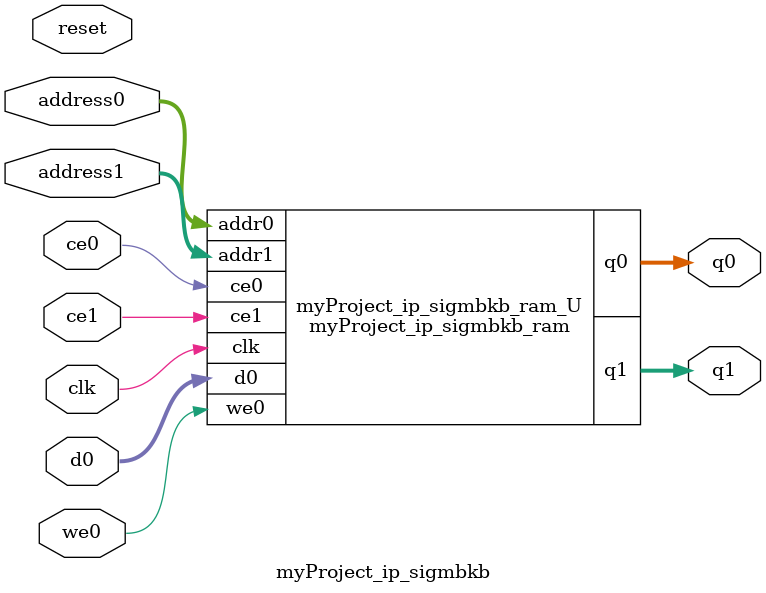
<source format=v>
`timescale 1 ns / 1 ps
module myProject_ip_sigmbkb_ram (addr0, ce0, d0, we0, q0, addr1, ce1, q1,  clk);

parameter DWIDTH = 32;
parameter AWIDTH = 8;
parameter MEM_SIZE = 256;

input[AWIDTH-1:0] addr0;
input ce0;
input[DWIDTH-1:0] d0;
input we0;
output reg[DWIDTH-1:0] q0;
input[AWIDTH-1:0] addr1;
input ce1;
output reg[DWIDTH-1:0] q1;
input clk;

(* ram_style = "block" *)reg [DWIDTH-1:0] ram[0:MEM_SIZE-1];




always @(posedge clk)  
begin 
    if (ce0) begin
        if (we0) 
            ram[addr0] <= d0; 
        q0 <= ram[addr0];
    end
end


always @(posedge clk)  
begin 
    if (ce1) begin
        q1 <= ram[addr1];
    end
end


endmodule

`timescale 1 ns / 1 ps
module myProject_ip_sigmbkb(
    reset,
    clk,
    address0,
    ce0,
    we0,
    d0,
    q0,
    address1,
    ce1,
    q1);

parameter DataWidth = 32'd32;
parameter AddressRange = 32'd256;
parameter AddressWidth = 32'd8;
input reset;
input clk;
input[AddressWidth - 1:0] address0;
input ce0;
input we0;
input[DataWidth - 1:0] d0;
output[DataWidth - 1:0] q0;
input[AddressWidth - 1:0] address1;
input ce1;
output[DataWidth - 1:0] q1;



myProject_ip_sigmbkb_ram myProject_ip_sigmbkb_ram_U(
    .clk( clk ),
    .addr0( address0 ),
    .ce0( ce0 ),
    .we0( we0 ),
    .d0( d0 ),
    .q0( q0 ),
    .addr1( address1 ),
    .ce1( ce1 ),
    .q1( q1 ));

endmodule


</source>
